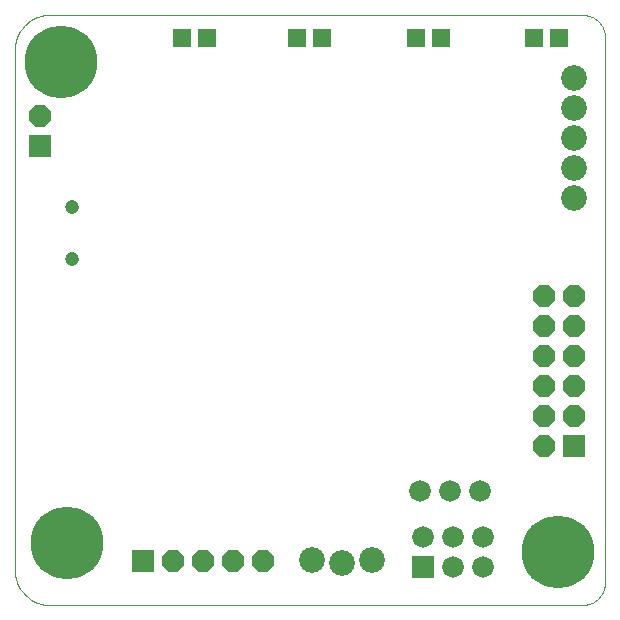
<source format=gbs>
G75*
G70*
%OFA0B0*%
%FSLAX24Y24*%
%IPPOS*%
%LPD*%
%AMOC8*
5,1,8,0,0,1.08239X$1,22.5*
%
%ADD10C,0.0000*%
%ADD11R,0.0592X0.0592*%
%ADD12C,0.0474*%
%ADD13R,0.0720X0.0720*%
%ADD14OC8,0.0720*%
%ADD15C,0.0720*%
%ADD16C,0.0860*%
%ADD17C,0.2420*%
D10*
X002641Y001725D02*
X002641Y019048D01*
X002643Y019114D01*
X002648Y019180D01*
X002658Y019246D01*
X002671Y019311D01*
X002687Y019375D01*
X002707Y019438D01*
X002731Y019500D01*
X002758Y019560D01*
X002788Y019619D01*
X002822Y019676D01*
X002859Y019731D01*
X002899Y019784D01*
X002941Y019835D01*
X002987Y019883D01*
X003035Y019929D01*
X003086Y019971D01*
X003139Y020011D01*
X003194Y020048D01*
X003251Y020082D01*
X003310Y020112D01*
X003370Y020139D01*
X003432Y020163D01*
X003495Y020183D01*
X003559Y020199D01*
X003624Y020212D01*
X003690Y020222D01*
X003756Y020227D01*
X003822Y020229D01*
X021538Y020229D01*
X021592Y020227D01*
X021645Y020222D01*
X021698Y020213D01*
X021750Y020200D01*
X021802Y020184D01*
X021852Y020164D01*
X021900Y020141D01*
X021947Y020114D01*
X021992Y020085D01*
X022035Y020052D01*
X022075Y020017D01*
X022113Y019979D01*
X022148Y019939D01*
X022181Y019896D01*
X022210Y019851D01*
X022237Y019804D01*
X022260Y019756D01*
X022280Y019706D01*
X022296Y019654D01*
X022309Y019602D01*
X022318Y019549D01*
X022323Y019496D01*
X022325Y019442D01*
X022326Y019442D02*
X022326Y001332D01*
X022325Y001332D02*
X022323Y001278D01*
X022318Y001225D01*
X022309Y001172D01*
X022296Y001120D01*
X022280Y001068D01*
X022260Y001018D01*
X022237Y000970D01*
X022210Y000923D01*
X022181Y000878D01*
X022148Y000835D01*
X022113Y000795D01*
X022075Y000757D01*
X022035Y000722D01*
X021992Y000689D01*
X021947Y000660D01*
X021900Y000633D01*
X021852Y000610D01*
X021802Y000590D01*
X021750Y000574D01*
X021698Y000561D01*
X021645Y000552D01*
X021592Y000547D01*
X021538Y000545D01*
X021538Y000544D02*
X003822Y000544D01*
X003756Y000546D01*
X003690Y000551D01*
X003624Y000561D01*
X003559Y000574D01*
X003495Y000590D01*
X003432Y000610D01*
X003370Y000634D01*
X003310Y000661D01*
X003251Y000691D01*
X003194Y000725D01*
X003139Y000762D01*
X003086Y000802D01*
X003035Y000844D01*
X002987Y000890D01*
X002941Y000938D01*
X002899Y000989D01*
X002859Y001042D01*
X002822Y001097D01*
X002788Y001154D01*
X002758Y001213D01*
X002731Y001273D01*
X002707Y001335D01*
X002687Y001398D01*
X002671Y001462D01*
X002658Y001527D01*
X002648Y001593D01*
X002643Y001659D01*
X002641Y001725D01*
X004381Y012080D02*
X004383Y012106D01*
X004389Y012132D01*
X004399Y012157D01*
X004412Y012180D01*
X004428Y012200D01*
X004448Y012218D01*
X004470Y012233D01*
X004493Y012245D01*
X004519Y012253D01*
X004545Y012257D01*
X004571Y012257D01*
X004597Y012253D01*
X004623Y012245D01*
X004647Y012233D01*
X004668Y012218D01*
X004688Y012200D01*
X004704Y012180D01*
X004717Y012157D01*
X004727Y012132D01*
X004733Y012106D01*
X004735Y012080D01*
X004733Y012054D01*
X004727Y012028D01*
X004717Y012003D01*
X004704Y011980D01*
X004688Y011960D01*
X004668Y011942D01*
X004646Y011927D01*
X004623Y011915D01*
X004597Y011907D01*
X004571Y011903D01*
X004545Y011903D01*
X004519Y011907D01*
X004493Y011915D01*
X004469Y011927D01*
X004448Y011942D01*
X004428Y011960D01*
X004412Y011980D01*
X004399Y012003D01*
X004389Y012028D01*
X004383Y012054D01*
X004381Y012080D01*
X004381Y013812D02*
X004383Y013838D01*
X004389Y013864D01*
X004399Y013889D01*
X004412Y013912D01*
X004428Y013932D01*
X004448Y013950D01*
X004470Y013965D01*
X004493Y013977D01*
X004519Y013985D01*
X004545Y013989D01*
X004571Y013989D01*
X004597Y013985D01*
X004623Y013977D01*
X004647Y013965D01*
X004668Y013950D01*
X004688Y013932D01*
X004704Y013912D01*
X004717Y013889D01*
X004727Y013864D01*
X004733Y013838D01*
X004735Y013812D01*
X004733Y013786D01*
X004727Y013760D01*
X004717Y013735D01*
X004704Y013712D01*
X004688Y013692D01*
X004668Y013674D01*
X004646Y013659D01*
X004623Y013647D01*
X004597Y013639D01*
X004571Y013635D01*
X004545Y013635D01*
X004519Y013639D01*
X004493Y013647D01*
X004469Y013659D01*
X004448Y013674D01*
X004428Y013692D01*
X004412Y013712D01*
X004399Y013735D01*
X004389Y013760D01*
X004383Y013786D01*
X004381Y013812D01*
D11*
X008229Y019451D03*
X009055Y019451D03*
X012062Y019451D03*
X012889Y019451D03*
X016007Y019442D03*
X016834Y019442D03*
X019944Y019442D03*
X020771Y019442D03*
D12*
X004558Y013812D03*
X004558Y012080D03*
D13*
X003493Y015841D03*
X021278Y005840D03*
X016245Y001808D03*
X006914Y002022D03*
D14*
X007914Y002022D03*
X008914Y002022D03*
X009914Y002022D03*
X010914Y002022D03*
X020278Y005840D03*
X020278Y006840D03*
X021278Y006840D03*
X021278Y007840D03*
X020278Y007840D03*
X020278Y008840D03*
X021278Y008840D03*
X021278Y009840D03*
X020278Y009840D03*
X020278Y010840D03*
X021278Y010840D03*
X003493Y016841D03*
D15*
X016141Y004344D03*
X017141Y004344D03*
X018141Y004344D03*
X018245Y002808D03*
X017245Y002808D03*
X016245Y002808D03*
X017245Y001808D03*
X018245Y001808D03*
D16*
X014541Y002064D03*
X013541Y001964D03*
X012541Y002064D03*
X021281Y014134D03*
X021281Y015134D03*
X021281Y016134D03*
X021281Y017134D03*
X021281Y018134D03*
D17*
X004181Y018644D03*
X004381Y002614D03*
X020741Y002314D03*
M02*

</source>
